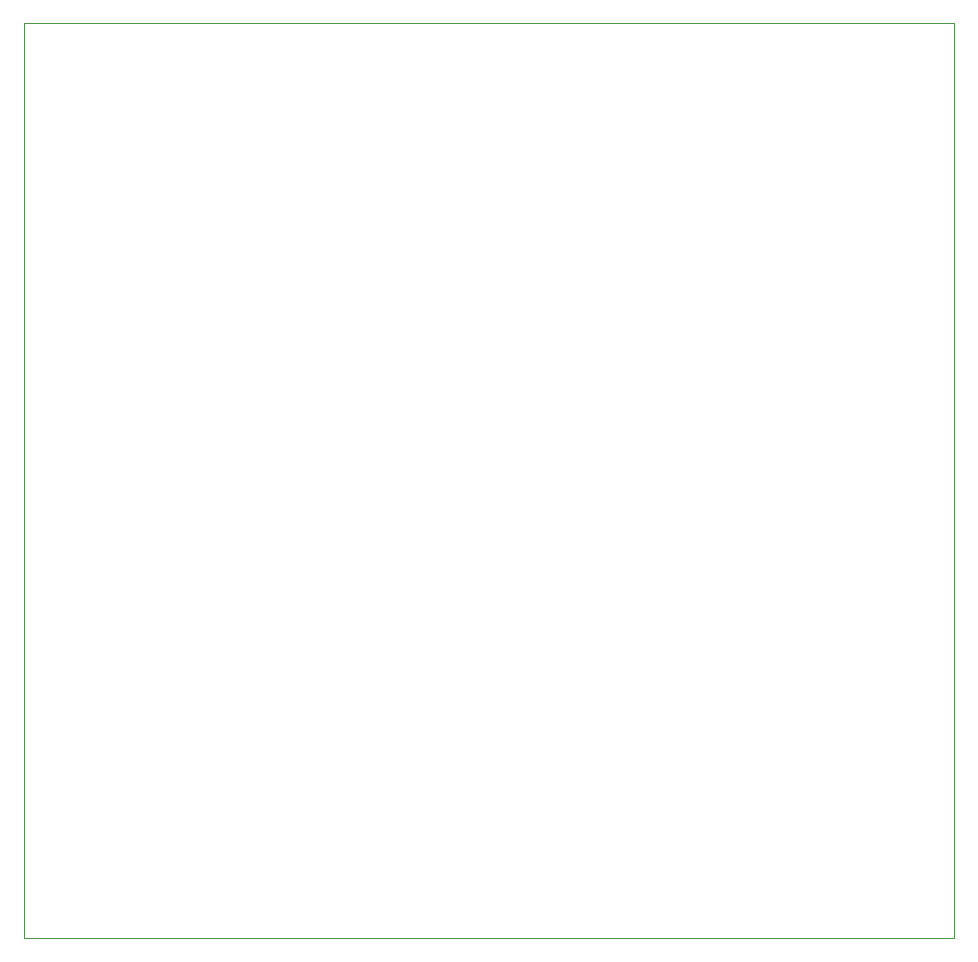
<source format=gbr>
G04 #@! TF.GenerationSoftware,KiCad,Pcbnew,7.0.2-6a45011f42~172~ubuntu22.04.1*
G04 #@! TF.CreationDate,2023-04-25T07:43:20+09:00*
G04 #@! TF.ProjectId,Akashi-15,416b6173-6869-42d3-9135-2e6b69636164,rev?*
G04 #@! TF.SameCoordinates,Original*
G04 #@! TF.FileFunction,Profile,NP*
%FSLAX46Y46*%
G04 Gerber Fmt 4.6, Leading zero omitted, Abs format (unit mm)*
G04 Created by KiCad (PCBNEW 7.0.2-6a45011f42~172~ubuntu22.04.1) date 2023-04-25 07:43:20*
%MOMM*%
%LPD*%
G01*
G04 APERTURE LIST*
G04 #@! TA.AperFunction,Profile*
%ADD10C,0.100000*%
G04 #@! TD*
G04 APERTURE END LIST*
D10*
X114300000Y-85090000D02*
X114300000Y-62230000D01*
X193040000Y-85090000D02*
X193040000Y-139700000D01*
X193040000Y-62230000D02*
X193040000Y-85090000D01*
X114300000Y-62230000D02*
X193040000Y-62230000D01*
X114300000Y-139700000D02*
X114300000Y-85090000D01*
X193040000Y-139700000D02*
X114300000Y-139700000D01*
M02*

</source>
